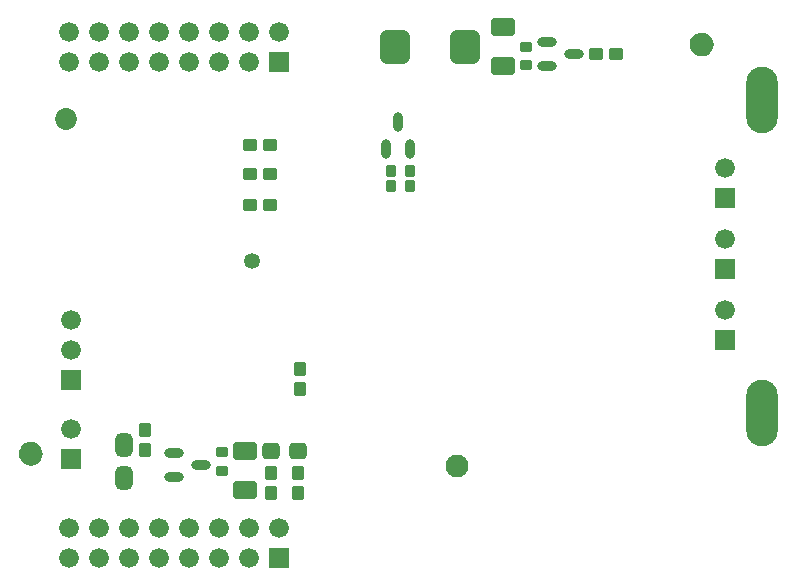
<source format=gbs>
%FSLAX24Y24*%
%MOIN*%
G70*
G01*
G75*
G04 Layer_Color=16711935*
%ADD10C,0.0079*%
G04:AMPARAMS|DCode=11|XSize=28mil|YSize=35.8mil|CornerRadius=2.8mil|HoleSize=0mil|Usage=FLASHONLY|Rotation=0.000|XOffset=0mil|YOffset=0mil|HoleType=Round|Shape=RoundedRectangle|*
%AMROUNDEDRECTD11*
21,1,0.0280,0.0302,0,0,0.0*
21,1,0.0224,0.0358,0,0,0.0*
1,1,0.0056,0.0112,-0.0151*
1,1,0.0056,-0.0112,-0.0151*
1,1,0.0056,-0.0112,0.0151*
1,1,0.0056,0.0112,0.0151*
%
%ADD11ROUNDEDRECTD11*%
G04:AMPARAMS|DCode=12|XSize=41mil|YSize=36mil|CornerRadius=1.8mil|HoleSize=0mil|Usage=FLASHONLY|Rotation=0.000|XOffset=0mil|YOffset=0mil|HoleType=Round|Shape=RoundedRectangle|*
%AMROUNDEDRECTD12*
21,1,0.0410,0.0324,0,0,0.0*
21,1,0.0374,0.0360,0,0,0.0*
1,1,0.0036,0.0187,-0.0162*
1,1,0.0036,-0.0187,-0.0162*
1,1,0.0036,-0.0187,0.0162*
1,1,0.0036,0.0187,0.0162*
%
%ADD12ROUNDEDRECTD12*%
G04:AMPARAMS|DCode=13|XSize=41mil|YSize=36mil|CornerRadius=1.8mil|HoleSize=0mil|Usage=FLASHONLY|Rotation=270.000|XOffset=0mil|YOffset=0mil|HoleType=Round|Shape=RoundedRectangle|*
%AMROUNDEDRECTD13*
21,1,0.0410,0.0324,0,0,270.0*
21,1,0.0374,0.0360,0,0,270.0*
1,1,0.0036,-0.0162,-0.0187*
1,1,0.0036,-0.0162,0.0187*
1,1,0.0036,0.0162,0.0187*
1,1,0.0036,0.0162,-0.0187*
%
%ADD13ROUNDEDRECTD13*%
%ADD14O,0.0394X0.0984*%
%ADD15O,0.0984X0.0394*%
G04:AMPARAMS|DCode=16|XSize=28mil|YSize=35.8mil|CornerRadius=2.8mil|HoleSize=0mil|Usage=FLASHONLY|Rotation=270.000|XOffset=0mil|YOffset=0mil|HoleType=Round|Shape=RoundedRectangle|*
%AMROUNDEDRECTD16*
21,1,0.0280,0.0302,0,0,270.0*
21,1,0.0224,0.0358,0,0,270.0*
1,1,0.0056,-0.0151,-0.0112*
1,1,0.0056,-0.0151,0.0112*
1,1,0.0056,0.0151,0.0112*
1,1,0.0056,0.0151,-0.0112*
%
%ADD16ROUNDEDRECTD16*%
%ADD17O,0.0591X0.0281*%
G04:AMPARAMS|DCode=18|XSize=78.7mil|YSize=47.2mil|CornerRadius=11.8mil|HoleSize=0mil|Usage=FLASHONLY|Rotation=180.000|XOffset=0mil|YOffset=0mil|HoleType=Round|Shape=RoundedRectangle|*
%AMROUNDEDRECTD18*
21,1,0.0787,0.0236,0,0,180.0*
21,1,0.0551,0.0472,0,0,180.0*
1,1,0.0236,-0.0276,0.0118*
1,1,0.0236,0.0276,0.0118*
1,1,0.0236,0.0276,-0.0118*
1,1,0.0236,-0.0276,-0.0118*
%
%ADD18ROUNDEDRECTD18*%
%ADD19C,0.0472*%
%ADD20O,0.0709X0.0315*%
%ADD21C,0.0157*%
%ADD22C,0.0118*%
%ADD23C,0.0394*%
%ADD24C,0.0197*%
%ADD25C,0.0600*%
%ADD26R,0.0600X0.0600*%
%ADD27O,0.0984X0.2165*%
%ADD28C,0.0709*%
%ADD29R,0.0600X0.0600*%
%ADD30C,0.0669*%
%ADD31C,0.0315*%
%ADD32C,0.0394*%
%ADD33O,0.0281X0.0591*%
G04:AMPARAMS|DCode=34|XSize=94.5mil|YSize=110.2mil|CornerRadius=23.6mil|HoleSize=0mil|Usage=FLASHONLY|Rotation=180.000|XOffset=0mil|YOffset=0mil|HoleType=Round|Shape=RoundedRectangle|*
%AMROUNDEDRECTD34*
21,1,0.0945,0.0630,0,0,180.0*
21,1,0.0472,0.1102,0,0,180.0*
1,1,0.0472,-0.0236,0.0315*
1,1,0.0472,0.0236,0.0315*
1,1,0.0472,0.0236,-0.0315*
1,1,0.0472,-0.0236,-0.0315*
%
%ADD34ROUNDEDRECTD34*%
G04:AMPARAMS|DCode=35|XSize=51.2mil|YSize=72mil|CornerRadius=2.6mil|HoleSize=0mil|Usage=FLASHONLY|Rotation=90.000|XOffset=0mil|YOffset=0mil|HoleType=Round|Shape=RoundedRectangle|*
%AMROUNDEDRECTD35*
21,1,0.0512,0.0669,0,0,90.0*
21,1,0.0461,0.0720,0,0,90.0*
1,1,0.0051,0.0335,0.0230*
1,1,0.0051,0.0335,-0.0230*
1,1,0.0051,-0.0335,-0.0230*
1,1,0.0051,-0.0335,0.0230*
%
%ADD35ROUNDEDRECTD35*%
G04:AMPARAMS|DCode=36|XSize=54mil|YSize=50mil|CornerRadius=12.5mil|HoleSize=0mil|Usage=FLASHONLY|Rotation=180.000|XOffset=0mil|YOffset=0mil|HoleType=Round|Shape=RoundedRectangle|*
%AMROUNDEDRECTD36*
21,1,0.0540,0.0250,0,0,180.0*
21,1,0.0290,0.0500,0,0,180.0*
1,1,0.0250,-0.0145,0.0125*
1,1,0.0250,0.0145,0.0125*
1,1,0.0250,0.0145,-0.0125*
1,1,0.0250,-0.0145,-0.0125*
%
%ADD36ROUNDEDRECTD36*%
G04:AMPARAMS|DCode=37|XSize=70.9mil|YSize=51.2mil|CornerRadius=12.8mil|HoleSize=0mil|Usage=FLASHONLY|Rotation=90.000|XOffset=0mil|YOffset=0mil|HoleType=Round|Shape=RoundedRectangle|*
%AMROUNDEDRECTD37*
21,1,0.0709,0.0256,0,0,90.0*
21,1,0.0453,0.0512,0,0,90.0*
1,1,0.0256,0.0128,0.0226*
1,1,0.0256,0.0128,-0.0226*
1,1,0.0256,-0.0128,-0.0226*
1,1,0.0256,-0.0128,0.0226*
%
%ADD37ROUNDEDRECTD37*%
%ADD38C,0.0070*%
%ADD39C,0.0071*%
%ADD40C,0.0098*%
%ADD41C,0.0100*%
%ADD42C,0.0039*%
G04:AMPARAMS|DCode=43|XSize=33.9mil|YSize=41.8mil|CornerRadius=5.8mil|HoleSize=0mil|Usage=FLASHONLY|Rotation=0.000|XOffset=0mil|YOffset=0mil|HoleType=Round|Shape=RoundedRectangle|*
%AMROUNDEDRECTD43*
21,1,0.0339,0.0302,0,0,0.0*
21,1,0.0224,0.0418,0,0,0.0*
1,1,0.0116,0.0112,-0.0151*
1,1,0.0116,-0.0112,-0.0151*
1,1,0.0116,-0.0112,0.0151*
1,1,0.0116,0.0112,0.0151*
%
%ADD43ROUNDEDRECTD43*%
G04:AMPARAMS|DCode=44|XSize=47mil|YSize=42mil|CornerRadius=4.8mil|HoleSize=0mil|Usage=FLASHONLY|Rotation=0.000|XOffset=0mil|YOffset=0mil|HoleType=Round|Shape=RoundedRectangle|*
%AMROUNDEDRECTD44*
21,1,0.0470,0.0324,0,0,0.0*
21,1,0.0374,0.0420,0,0,0.0*
1,1,0.0096,0.0187,-0.0162*
1,1,0.0096,-0.0187,-0.0162*
1,1,0.0096,-0.0187,0.0162*
1,1,0.0096,0.0187,0.0162*
%
%ADD44ROUNDEDRECTD44*%
G04:AMPARAMS|DCode=45|XSize=47mil|YSize=42mil|CornerRadius=4.8mil|HoleSize=0mil|Usage=FLASHONLY|Rotation=270.000|XOffset=0mil|YOffset=0mil|HoleType=Round|Shape=RoundedRectangle|*
%AMROUNDEDRECTD45*
21,1,0.0470,0.0324,0,0,270.0*
21,1,0.0374,0.0420,0,0,270.0*
1,1,0.0096,-0.0162,-0.0187*
1,1,0.0096,-0.0162,0.0187*
1,1,0.0096,0.0162,0.0187*
1,1,0.0096,0.0162,-0.0187*
%
%ADD45ROUNDEDRECTD45*%
%ADD46O,0.0454X0.1044*%
%ADD47O,0.1044X0.0454*%
G04:AMPARAMS|DCode=48|XSize=33.9mil|YSize=41.8mil|CornerRadius=5.8mil|HoleSize=0mil|Usage=FLASHONLY|Rotation=270.000|XOffset=0mil|YOffset=0mil|HoleType=Round|Shape=RoundedRectangle|*
%AMROUNDEDRECTD48*
21,1,0.0339,0.0302,0,0,270.0*
21,1,0.0224,0.0418,0,0,270.0*
1,1,0.0116,-0.0151,-0.0112*
1,1,0.0116,-0.0151,0.0112*
1,1,0.0116,0.0151,0.0112*
1,1,0.0116,0.0151,-0.0112*
%
%ADD48ROUNDEDRECTD48*%
%ADD49O,0.0650X0.0341*%
G04:AMPARAMS|DCode=50|XSize=84.7mil|YSize=53.2mil|CornerRadius=14.8mil|HoleSize=0mil|Usage=FLASHONLY|Rotation=180.000|XOffset=0mil|YOffset=0mil|HoleType=Round|Shape=RoundedRectangle|*
%AMROUNDEDRECTD50*
21,1,0.0847,0.0236,0,0,180.0*
21,1,0.0551,0.0532,0,0,180.0*
1,1,0.0296,-0.0276,0.0118*
1,1,0.0296,0.0276,0.0118*
1,1,0.0296,0.0276,-0.0118*
1,1,0.0296,-0.0276,-0.0118*
%
%ADD50ROUNDEDRECTD50*%
%ADD51O,0.0768X0.0375*%
%ADD52C,0.0660*%
%ADD53R,0.0660X0.0660*%
%ADD54O,0.1044X0.2225*%
%ADD55C,0.0768*%
%ADD56R,0.0660X0.0660*%
%ADD57C,0.0729*%
%ADD58C,0.0532*%
%ADD59O,0.0341X0.0650*%
G04:AMPARAMS|DCode=60|XSize=100.5mil|YSize=116.2mil|CornerRadius=26.6mil|HoleSize=0mil|Usage=FLASHONLY|Rotation=180.000|XOffset=0mil|YOffset=0mil|HoleType=Round|Shape=RoundedRectangle|*
%AMROUNDEDRECTD60*
21,1,0.1005,0.0630,0,0,180.0*
21,1,0.0472,0.1162,0,0,180.0*
1,1,0.0532,-0.0236,0.0315*
1,1,0.0532,0.0236,0.0315*
1,1,0.0532,0.0236,-0.0315*
1,1,0.0532,-0.0236,-0.0315*
%
%ADD60ROUNDEDRECTD60*%
G04:AMPARAMS|DCode=61|XSize=57.2mil|YSize=78mil|CornerRadius=5.6mil|HoleSize=0mil|Usage=FLASHONLY|Rotation=90.000|XOffset=0mil|YOffset=0mil|HoleType=Round|Shape=RoundedRectangle|*
%AMROUNDEDRECTD61*
21,1,0.0572,0.0669,0,0,90.0*
21,1,0.0461,0.0780,0,0,90.0*
1,1,0.0111,0.0335,0.0230*
1,1,0.0111,0.0335,-0.0230*
1,1,0.0111,-0.0335,-0.0230*
1,1,0.0111,-0.0335,0.0230*
%
%ADD61ROUNDEDRECTD61*%
G04:AMPARAMS|DCode=62|XSize=60mil|YSize=56mil|CornerRadius=15.5mil|HoleSize=0mil|Usage=FLASHONLY|Rotation=180.000|XOffset=0mil|YOffset=0mil|HoleType=Round|Shape=RoundedRectangle|*
%AMROUNDEDRECTD62*
21,1,0.0600,0.0250,0,0,180.0*
21,1,0.0290,0.0560,0,0,180.0*
1,1,0.0310,-0.0145,0.0125*
1,1,0.0310,0.0145,0.0125*
1,1,0.0310,0.0145,-0.0125*
1,1,0.0310,-0.0145,-0.0125*
%
%ADD62ROUNDEDRECTD62*%
G04:AMPARAMS|DCode=63|XSize=76.8mil|YSize=57.2mil|CornerRadius=15.8mil|HoleSize=0mil|Usage=FLASHONLY|Rotation=90.000|XOffset=0mil|YOffset=0mil|HoleType=Round|Shape=RoundedRectangle|*
%AMROUNDEDRECTD63*
21,1,0.0768,0.0256,0,0,90.0*
21,1,0.0453,0.0572,0,0,90.0*
1,1,0.0316,0.0128,0.0226*
1,1,0.0316,0.0128,-0.0226*
1,1,0.0316,-0.0128,-0.0226*
1,1,0.0316,-0.0128,0.0226*
%
%ADD63ROUNDEDRECTD63*%
G36*
X12898Y14970D02*
X12994Y14930D01*
X13076Y14867D01*
X13139Y14785D01*
X13179Y14689D01*
X13192Y14587D01*
X13179Y14484D01*
X13139Y14388D01*
X13076Y14306D01*
X12994Y14243D01*
X12898Y14203D01*
X12795Y14189D01*
X12693Y14203D01*
X12597Y14243D01*
X12514Y14306D01*
X12451Y14388D01*
X12412Y14484D01*
X12398Y14587D01*
X12412Y14689D01*
X12451Y14785D01*
X12514Y14867D01*
X12597Y14930D01*
X12693Y14970D01*
X12795Y14984D01*
X12898Y14970D01*
D02*
G37*
G36*
X35260Y28612D02*
X35356Y28572D01*
X35438Y28509D01*
X35501Y28427D01*
X35541Y28331D01*
X35555Y28228D01*
X35541Y28126D01*
X35501Y28030D01*
X35438Y27948D01*
X35356Y27884D01*
X35260Y27845D01*
X35157Y27831D01*
X35055Y27845D01*
X34959Y27884D01*
X34877Y27948D01*
X34814Y28030D01*
X34774Y28126D01*
X34760Y28228D01*
X34774Y28331D01*
X34814Y28427D01*
X34877Y28509D01*
X34959Y28572D01*
X35055Y28612D01*
X35157Y28625D01*
X35260Y28612D01*
D02*
G37*
D43*
X25423Y23504D02*
D03*
X24813D02*
D03*
Y24016D02*
D03*
X25423D02*
D03*
D44*
X32304Y27913D02*
D03*
X31634D02*
D03*
X20098Y23898D02*
D03*
X20768D02*
D03*
X20098Y22874D02*
D03*
X20768D02*
D03*
X20098Y24882D02*
D03*
X20768D02*
D03*
D45*
X21693Y13287D02*
D03*
Y13957D02*
D03*
X20787Y13287D02*
D03*
Y13957D02*
D03*
X21772Y17422D02*
D03*
Y16752D02*
D03*
X16614Y15374D02*
D03*
Y14704D02*
D03*
D48*
X29291Y27530D02*
D03*
Y28140D02*
D03*
X19173Y14026D02*
D03*
Y14636D02*
D03*
D49*
X30005Y27520D02*
D03*
Y28320D02*
D03*
X30915Y27920D02*
D03*
X17564Y13819D02*
D03*
Y14619D02*
D03*
X18474Y14219D02*
D03*
D52*
X14134Y19047D02*
D03*
Y18047D02*
D03*
Y15409D02*
D03*
X15063Y12102D02*
D03*
X18063D02*
D03*
X21063D02*
D03*
X15063Y11102D02*
D03*
X18063D02*
D03*
X14063Y12102D02*
D03*
X16063D02*
D03*
X17063D02*
D03*
X19063D02*
D03*
X20063D02*
D03*
X14063Y11102D02*
D03*
X16063D02*
D03*
X17063D02*
D03*
X19063D02*
D03*
X20063D02*
D03*
X15063Y28638D02*
D03*
X18063D02*
D03*
X21063D02*
D03*
X15063Y27638D02*
D03*
X18063D02*
D03*
X14063Y28638D02*
D03*
X16063D02*
D03*
X17063D02*
D03*
X19063D02*
D03*
X20063D02*
D03*
X14063Y27638D02*
D03*
X16063D02*
D03*
X17063D02*
D03*
X19063D02*
D03*
X20063D02*
D03*
X35945Y19386D02*
D03*
Y21748D02*
D03*
Y24110D02*
D03*
D53*
X14134Y17047D02*
D03*
Y14409D02*
D03*
X35945Y18386D02*
D03*
Y20748D02*
D03*
Y23110D02*
D03*
D54*
X37165Y26378D02*
D03*
Y15945D02*
D03*
D55*
X27008Y14173D02*
D03*
D56*
X21063Y11102D02*
D03*
Y27638D02*
D03*
D57*
X13949Y25744D02*
D03*
D58*
X20170Y21020D02*
D03*
D59*
X25433Y24729D02*
D03*
X24633D02*
D03*
X25033Y25639D02*
D03*
D60*
X24922Y28150D02*
D03*
X27282D02*
D03*
D61*
X28543Y27500D02*
D03*
Y28800D02*
D03*
X19921Y13366D02*
D03*
Y14666D02*
D03*
D62*
X20793Y14685D02*
D03*
X21693D02*
D03*
D63*
X15906Y13780D02*
D03*
Y14880D02*
D03*
M02*

</source>
